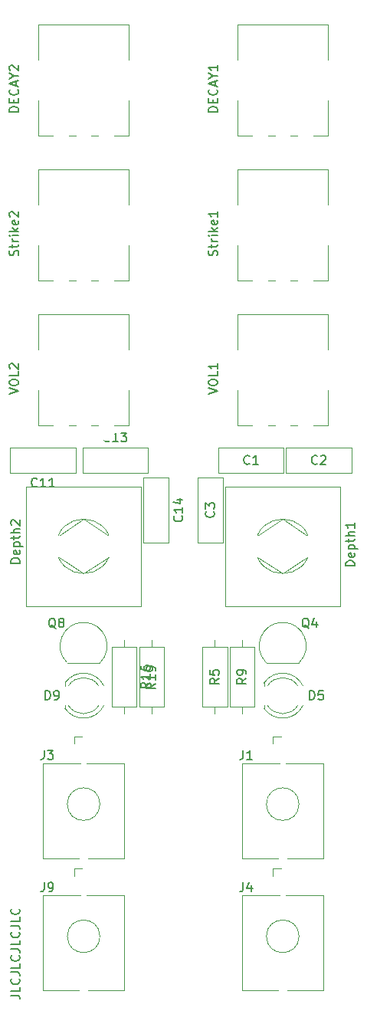
<source format=gto>
G04 #@! TF.GenerationSoftware,KiCad,Pcbnew,(5.1.9)-1*
G04 #@! TF.CreationDate,2021-10-23T20:01:37+01:00*
G04 #@! TF.ProjectId,Snare+Hihat,536e6172-652b-4486-9968-61742e6b6963,rev?*
G04 #@! TF.SameCoordinates,Original*
G04 #@! TF.FileFunction,Legend,Top*
G04 #@! TF.FilePolarity,Positive*
%FSLAX46Y46*%
G04 Gerber Fmt 4.6, Leading zero omitted, Abs format (unit mm)*
G04 Created by KiCad (PCBNEW (5.1.9)-1) date 2021-10-23 20:01:37*
%MOMM*%
%LPD*%
G01*
G04 APERTURE LIST*
%ADD10C,0.150000*%
%ADD11C,0.120000*%
%ADD12O,3.700000X2.400000*%
%ADD13C,4.000000*%
%ADD14C,1.800000*%
%ADD15O,1.600000X1.600000*%
%ADD16C,1.600000*%
%ADD17R,1.050000X1.500000*%
%ADD18O,1.050000X1.500000*%
%ADD19C,2.130000*%
%ADD20R,1.930000X1.830000*%
%ADD21O,1.700000X1.700000*%
%ADD22R,1.700000X1.700000*%
%ADD23R,1.800000X1.800000*%
G04 APERTURE END LIST*
D10*
X73952380Y-139619047D02*
X74666666Y-139619047D01*
X74809523Y-139666666D01*
X74904761Y-139761904D01*
X74952380Y-139904761D01*
X74952380Y-140000000D01*
X74952380Y-138666666D02*
X74952380Y-139142857D01*
X73952380Y-139142857D01*
X74857142Y-137761904D02*
X74904761Y-137809523D01*
X74952380Y-137952380D01*
X74952380Y-138047619D01*
X74904761Y-138190476D01*
X74809523Y-138285714D01*
X74714285Y-138333333D01*
X74523809Y-138380952D01*
X74380952Y-138380952D01*
X74190476Y-138333333D01*
X74095238Y-138285714D01*
X74000000Y-138190476D01*
X73952380Y-138047619D01*
X73952380Y-137952380D01*
X74000000Y-137809523D01*
X74047619Y-137761904D01*
X73952380Y-137047619D02*
X74666666Y-137047619D01*
X74809523Y-137095238D01*
X74904761Y-137190476D01*
X74952380Y-137333333D01*
X74952380Y-137428571D01*
X74952380Y-136095238D02*
X74952380Y-136571428D01*
X73952380Y-136571428D01*
X74857142Y-135190476D02*
X74904761Y-135238095D01*
X74952380Y-135380952D01*
X74952380Y-135476190D01*
X74904761Y-135619047D01*
X74809523Y-135714285D01*
X74714285Y-135761904D01*
X74523809Y-135809523D01*
X74380952Y-135809523D01*
X74190476Y-135761904D01*
X74095238Y-135714285D01*
X74000000Y-135619047D01*
X73952380Y-135476190D01*
X73952380Y-135380952D01*
X74000000Y-135238095D01*
X74047619Y-135190476D01*
X73952380Y-134476190D02*
X74666666Y-134476190D01*
X74809523Y-134523809D01*
X74904761Y-134619047D01*
X74952380Y-134761904D01*
X74952380Y-134857142D01*
X74952380Y-133523809D02*
X74952380Y-134000000D01*
X73952380Y-134000000D01*
X74857142Y-132619047D02*
X74904761Y-132666666D01*
X74952380Y-132809523D01*
X74952380Y-132904761D01*
X74904761Y-133047619D01*
X74809523Y-133142857D01*
X74714285Y-133190476D01*
X74523809Y-133238095D01*
X74380952Y-133238095D01*
X74190476Y-133190476D01*
X74095238Y-133142857D01*
X74000000Y-133047619D01*
X73952380Y-132904761D01*
X73952380Y-132809523D01*
X74000000Y-132666666D01*
X74047619Y-132619047D01*
X73952380Y-131904761D02*
X74666666Y-131904761D01*
X74809523Y-131952380D01*
X74904761Y-132047619D01*
X74952380Y-132190476D01*
X74952380Y-132285714D01*
X74952380Y-130952380D02*
X74952380Y-131428571D01*
X73952380Y-131428571D01*
X74857142Y-130047619D02*
X74904761Y-130095238D01*
X74952380Y-130238095D01*
X74952380Y-130333333D01*
X74904761Y-130476190D01*
X74809523Y-130571428D01*
X74714285Y-130619047D01*
X74523809Y-130666666D01*
X74380952Y-130666666D01*
X74190476Y-130619047D01*
X74095238Y-130571428D01*
X74000000Y-130476190D01*
X73952380Y-130333333D01*
X73952380Y-130238095D01*
X74000000Y-130095238D01*
X74047619Y-130047619D01*
D11*
X82000000Y-93000000D02*
X79250000Y-91200000D01*
X84750000Y-91200000D02*
X82000000Y-93000000D01*
X82000000Y-87000000D02*
X79250000Y-88800000D01*
X82000000Y-87000000D02*
X84750000Y-88800000D01*
X79250000Y-91200000D02*
X79250000Y-88800000D01*
X84750000Y-91200000D02*
X84750000Y-88800000D01*
X88350000Y-96600000D02*
X85350000Y-96600000D01*
X88350000Y-83400000D02*
X88350000Y-96600000D01*
X88350000Y-83400000D02*
X85350000Y-83400000D01*
X85350000Y-96600000D02*
X75650000Y-96600000D01*
X75650000Y-83400000D02*
X85350000Y-83400000D01*
X75650000Y-90000000D02*
X75650000Y-83400000D01*
X75650000Y-96400000D02*
X75650000Y-96600000D01*
X75650000Y-96000000D02*
X75650000Y-96400000D01*
X75650000Y-90000000D02*
X75650000Y-96000000D01*
X85000000Y-90000000D02*
G75*
G03*
X85000000Y-90000000I-3000000J0D01*
G01*
X104000000Y-93000000D02*
X101250000Y-91200000D01*
X106750000Y-91200000D02*
X104000000Y-93000000D01*
X104000000Y-87000000D02*
X101250000Y-88800000D01*
X104000000Y-87000000D02*
X106750000Y-88800000D01*
X101250000Y-91200000D02*
X101250000Y-88800000D01*
X106750000Y-91200000D02*
X106750000Y-88800000D01*
X110350000Y-96600000D02*
X107350000Y-96600000D01*
X110350000Y-83400000D02*
X110350000Y-96600000D01*
X110350000Y-83400000D02*
X107350000Y-83400000D01*
X107350000Y-96600000D02*
X97650000Y-96600000D01*
X97650000Y-83400000D02*
X107350000Y-83400000D01*
X97650000Y-90000000D02*
X97650000Y-83400000D01*
X97650000Y-96400000D02*
X97650000Y-96600000D01*
X97650000Y-96000000D02*
X97650000Y-96400000D01*
X97650000Y-90000000D02*
X97650000Y-96000000D01*
X107000000Y-90000000D02*
G75*
G03*
X107000000Y-90000000I-3000000J0D01*
G01*
X77030000Y-64380000D02*
X86970000Y-64380000D01*
X85370000Y-76620000D02*
X86970000Y-76620000D01*
X82871000Y-76620000D02*
X83630000Y-76620000D01*
X80371000Y-76620000D02*
X81130000Y-76620000D01*
X77030000Y-76620000D02*
X78629000Y-76620000D01*
X86970000Y-68245000D02*
X86970000Y-64380000D01*
X86970000Y-76620000D02*
X86970000Y-72755000D01*
X77030000Y-68245000D02*
X77030000Y-64380000D01*
X77030000Y-76620000D02*
X77030000Y-72755000D01*
X99030000Y-64380000D02*
X108970000Y-64380000D01*
X107370000Y-76620000D02*
X108970000Y-76620000D01*
X104871000Y-76620000D02*
X105630000Y-76620000D01*
X102371000Y-76620000D02*
X103130000Y-76620000D01*
X99030000Y-76620000D02*
X100629000Y-76620000D01*
X108970000Y-68245000D02*
X108970000Y-64380000D01*
X108970000Y-76620000D02*
X108970000Y-72755000D01*
X99030000Y-68245000D02*
X99030000Y-64380000D01*
X99030000Y-76620000D02*
X99030000Y-72755000D01*
X77030000Y-48380000D02*
X86970000Y-48380000D01*
X85370000Y-60620000D02*
X86970000Y-60620000D01*
X82871000Y-60620000D02*
X83630000Y-60620000D01*
X80371000Y-60620000D02*
X81130000Y-60620000D01*
X77030000Y-60620000D02*
X78629000Y-60620000D01*
X86970000Y-52245000D02*
X86970000Y-48380000D01*
X86970000Y-60620000D02*
X86970000Y-56755000D01*
X77030000Y-52245000D02*
X77030000Y-48380000D01*
X77030000Y-60620000D02*
X77030000Y-56755000D01*
X99030000Y-48380000D02*
X108970000Y-48380000D01*
X107370000Y-60620000D02*
X108970000Y-60620000D01*
X104871000Y-60620000D02*
X105630000Y-60620000D01*
X102371000Y-60620000D02*
X103130000Y-60620000D01*
X99030000Y-60620000D02*
X100629000Y-60620000D01*
X108970000Y-52245000D02*
X108970000Y-48380000D01*
X108970000Y-60620000D02*
X108970000Y-56755000D01*
X99030000Y-52245000D02*
X99030000Y-48380000D01*
X99030000Y-60620000D02*
X99030000Y-56755000D01*
X89500000Y-108460000D02*
X89500000Y-107690000D01*
X89500000Y-100380000D02*
X89500000Y-101150000D01*
X90870000Y-107690000D02*
X90870000Y-101150000D01*
X88130000Y-107690000D02*
X90870000Y-107690000D01*
X88130000Y-101150000D02*
X88130000Y-107690000D01*
X90870000Y-101150000D02*
X88130000Y-101150000D01*
X86500000Y-108460000D02*
X86500000Y-107690000D01*
X86500000Y-100380000D02*
X86500000Y-101150000D01*
X87870000Y-107690000D02*
X87870000Y-101150000D01*
X85130000Y-107690000D02*
X87870000Y-107690000D01*
X85130000Y-101150000D02*
X85130000Y-107690000D01*
X87870000Y-101150000D02*
X85130000Y-101150000D01*
X99500000Y-108460000D02*
X99500000Y-107690000D01*
X99500000Y-100380000D02*
X99500000Y-101150000D01*
X100870000Y-107690000D02*
X100870000Y-101150000D01*
X98130000Y-107690000D02*
X100870000Y-107690000D01*
X98130000Y-101150000D02*
X98130000Y-107690000D01*
X100870000Y-101150000D02*
X98130000Y-101150000D01*
X96500000Y-108460000D02*
X96500000Y-107690000D01*
X96500000Y-100380000D02*
X96500000Y-101150000D01*
X97870000Y-107690000D02*
X97870000Y-101150000D01*
X95130000Y-107690000D02*
X97870000Y-107690000D01*
X95130000Y-101150000D02*
X95130000Y-107690000D01*
X97870000Y-101150000D02*
X95130000Y-101150000D01*
X80200000Y-102850000D02*
X83800000Y-102850000D01*
X83838478Y-102838478D02*
G75*
G03*
X82000000Y-98400000I-1838478J1838478D01*
G01*
X80161522Y-102838478D02*
G75*
G02*
X82000000Y-98400000I1838478J1838478D01*
G01*
X102200000Y-102850000D02*
X105800000Y-102850000D01*
X105838478Y-102838478D02*
G75*
G03*
X104000000Y-98400000I-1838478J1838478D01*
G01*
X102161522Y-102838478D02*
G75*
G02*
X104000000Y-98400000I1838478J1838478D01*
G01*
X80940000Y-125600000D02*
X81800000Y-125600000D01*
X80940000Y-125600000D02*
X80940000Y-126400000D01*
X83800000Y-133080000D02*
G75*
G03*
X83800000Y-133080000I-1800000J0D01*
G01*
X81650000Y-128580000D02*
X77500000Y-128580000D01*
X86500000Y-128580000D02*
X82350000Y-128580000D01*
X81500000Y-139080000D02*
X77500000Y-139080000D01*
X86500000Y-139080000D02*
X82500000Y-139080000D01*
X86500000Y-128580000D02*
X86500000Y-139080000D01*
X77500000Y-128580000D02*
X77500000Y-139080000D01*
X102940000Y-125600000D02*
X103800000Y-125600000D01*
X102940000Y-125600000D02*
X102940000Y-126400000D01*
X105800000Y-133080000D02*
G75*
G03*
X105800000Y-133080000I-1800000J0D01*
G01*
X103650000Y-128580000D02*
X99500000Y-128580000D01*
X108500000Y-128580000D02*
X104350000Y-128580000D01*
X103500000Y-139080000D02*
X99500000Y-139080000D01*
X108500000Y-139080000D02*
X104500000Y-139080000D01*
X108500000Y-128580000D02*
X108500000Y-139080000D01*
X99500000Y-128580000D02*
X99500000Y-139080000D01*
X80940000Y-111000000D02*
X81800000Y-111000000D01*
X80940000Y-111000000D02*
X80940000Y-111800000D01*
X83800000Y-118480000D02*
G75*
G03*
X83800000Y-118480000I-1800000J0D01*
G01*
X81650000Y-113980000D02*
X77500000Y-113980000D01*
X86500000Y-113980000D02*
X82350000Y-113980000D01*
X81500000Y-124480000D02*
X77500000Y-124480000D01*
X86500000Y-124480000D02*
X82500000Y-124480000D01*
X86500000Y-113980000D02*
X86500000Y-124480000D01*
X77500000Y-113980000D02*
X77500000Y-124480000D01*
X102940000Y-111000000D02*
X103800000Y-111000000D01*
X102940000Y-111000000D02*
X102940000Y-111800000D01*
X105800000Y-118480000D02*
G75*
G03*
X105800000Y-118480000I-1800000J0D01*
G01*
X103650000Y-113980000D02*
X99500000Y-113980000D01*
X108500000Y-113980000D02*
X104350000Y-113980000D01*
X103500000Y-124480000D02*
X99500000Y-124480000D01*
X108500000Y-124480000D02*
X104500000Y-124480000D01*
X108500000Y-113980000D02*
X108500000Y-124480000D01*
X99500000Y-113980000D02*
X99500000Y-124480000D01*
X77030000Y-32380000D02*
X86970000Y-32380000D01*
X85370000Y-44620000D02*
X86970000Y-44620000D01*
X82871000Y-44620000D02*
X83630000Y-44620000D01*
X80371000Y-44620000D02*
X81130000Y-44620000D01*
X77030000Y-44620000D02*
X78629000Y-44620000D01*
X86970000Y-36245000D02*
X86970000Y-32380000D01*
X86970000Y-44620000D02*
X86970000Y-40755000D01*
X77030000Y-36245000D02*
X77030000Y-32380000D01*
X77030000Y-44620000D02*
X77030000Y-40755000D01*
X99030000Y-32380000D02*
X108970000Y-32380000D01*
X107370000Y-44620000D02*
X108970000Y-44620000D01*
X104871000Y-44620000D02*
X105630000Y-44620000D01*
X102371000Y-44620000D02*
X103130000Y-44620000D01*
X99030000Y-44620000D02*
X100629000Y-44620000D01*
X108970000Y-36245000D02*
X108970000Y-32380000D01*
X108970000Y-44620000D02*
X108970000Y-40755000D01*
X99030000Y-36245000D02*
X99030000Y-32380000D01*
X99030000Y-44620000D02*
X99030000Y-40755000D01*
X79935000Y-107580000D02*
X79935000Y-107899000D01*
X79935000Y-105101000D02*
X79935000Y-105420000D01*
X83677713Y-107580961D02*
G75*
G02*
X80311670Y-107580000I-1682713J1080961D01*
G01*
X83677713Y-105419039D02*
G75*
G03*
X80311670Y-105420000I-1682713J-1080961D01*
G01*
X84238242Y-107580724D02*
G75*
G02*
X79935000Y-107898749I-2243242J1080724D01*
G01*
X84238242Y-105419276D02*
G75*
G03*
X79935000Y-105101251I-2243242J-1080724D01*
G01*
X101935000Y-107580000D02*
X101935000Y-107899000D01*
X101935000Y-105101000D02*
X101935000Y-105420000D01*
X105677713Y-107580961D02*
G75*
G02*
X102311670Y-107580000I-1682713J1080961D01*
G01*
X105677713Y-105419039D02*
G75*
G03*
X102311670Y-105420000I-1682713J-1080961D01*
G01*
X106238242Y-107580724D02*
G75*
G02*
X101935000Y-107898749I-2243242J1080724D01*
G01*
X106238242Y-105419276D02*
G75*
G03*
X101935000Y-105101251I-2243242J-1080724D01*
G01*
X91370000Y-89620000D02*
X88630000Y-89620000D01*
X91370000Y-82380000D02*
X88630000Y-82380000D01*
X88630000Y-82380000D02*
X88630000Y-89620000D01*
X91370000Y-82380000D02*
X91370000Y-89620000D01*
X89120000Y-79130000D02*
X89120000Y-81870000D01*
X81880000Y-79130000D02*
X81880000Y-81870000D01*
X81880000Y-81870000D02*
X89120000Y-81870000D01*
X81880000Y-79130000D02*
X89120000Y-79130000D01*
X73880000Y-81870000D02*
X73880000Y-79130000D01*
X81120000Y-81870000D02*
X81120000Y-79130000D01*
X81120000Y-79130000D02*
X73880000Y-79130000D01*
X81120000Y-81870000D02*
X73880000Y-81870000D01*
X97370000Y-89620000D02*
X94630000Y-89620000D01*
X97370000Y-82380000D02*
X94630000Y-82380000D01*
X94630000Y-82380000D02*
X94630000Y-89620000D01*
X97370000Y-82380000D02*
X97370000Y-89620000D01*
X111620000Y-79130000D02*
X111620000Y-81870000D01*
X104380000Y-79130000D02*
X104380000Y-81870000D01*
X104380000Y-81870000D02*
X111620000Y-81870000D01*
X104380000Y-79130000D02*
X111620000Y-79130000D01*
X96880000Y-81870000D02*
X96880000Y-79130000D01*
X104120000Y-81870000D02*
X104120000Y-79130000D01*
X104120000Y-79130000D02*
X96880000Y-79130000D01*
X104120000Y-81870000D02*
X96880000Y-81870000D01*
D10*
X74952380Y-91857142D02*
X73952380Y-91857142D01*
X73952380Y-91619047D01*
X74000000Y-91476190D01*
X74095238Y-91380952D01*
X74190476Y-91333333D01*
X74380952Y-91285714D01*
X74523809Y-91285714D01*
X74714285Y-91333333D01*
X74809523Y-91380952D01*
X74904761Y-91476190D01*
X74952380Y-91619047D01*
X74952380Y-91857142D01*
X74904761Y-90476190D02*
X74952380Y-90571428D01*
X74952380Y-90761904D01*
X74904761Y-90857142D01*
X74809523Y-90904761D01*
X74428571Y-90904761D01*
X74333333Y-90857142D01*
X74285714Y-90761904D01*
X74285714Y-90571428D01*
X74333333Y-90476190D01*
X74428571Y-90428571D01*
X74523809Y-90428571D01*
X74619047Y-90904761D01*
X74285714Y-90000000D02*
X75285714Y-90000000D01*
X74333333Y-90000000D02*
X74285714Y-89904761D01*
X74285714Y-89714285D01*
X74333333Y-89619047D01*
X74380952Y-89571428D01*
X74476190Y-89523809D01*
X74761904Y-89523809D01*
X74857142Y-89571428D01*
X74904761Y-89619047D01*
X74952380Y-89714285D01*
X74952380Y-89904761D01*
X74904761Y-90000000D01*
X74285714Y-89238095D02*
X74285714Y-88857142D01*
X73952380Y-89095238D02*
X74809523Y-89095238D01*
X74904761Y-89047619D01*
X74952380Y-88952380D01*
X74952380Y-88857142D01*
X74952380Y-88523809D02*
X73952380Y-88523809D01*
X74952380Y-88095238D02*
X74428571Y-88095238D01*
X74333333Y-88142857D01*
X74285714Y-88238095D01*
X74285714Y-88380952D01*
X74333333Y-88476190D01*
X74380952Y-88523809D01*
X74047619Y-87666666D02*
X74000000Y-87619047D01*
X73952380Y-87523809D01*
X73952380Y-87285714D01*
X74000000Y-87190476D01*
X74047619Y-87142857D01*
X74142857Y-87095238D01*
X74238095Y-87095238D01*
X74380952Y-87142857D01*
X74952380Y-87714285D01*
X74952380Y-87095238D01*
X111952380Y-92157142D02*
X110952380Y-92157142D01*
X110952380Y-91919047D01*
X111000000Y-91776190D01*
X111095238Y-91680952D01*
X111190476Y-91633333D01*
X111380952Y-91585714D01*
X111523809Y-91585714D01*
X111714285Y-91633333D01*
X111809523Y-91680952D01*
X111904761Y-91776190D01*
X111952380Y-91919047D01*
X111952380Y-92157142D01*
X111904761Y-90776190D02*
X111952380Y-90871428D01*
X111952380Y-91061904D01*
X111904761Y-91157142D01*
X111809523Y-91204761D01*
X111428571Y-91204761D01*
X111333333Y-91157142D01*
X111285714Y-91061904D01*
X111285714Y-90871428D01*
X111333333Y-90776190D01*
X111428571Y-90728571D01*
X111523809Y-90728571D01*
X111619047Y-91204761D01*
X111285714Y-90300000D02*
X112285714Y-90300000D01*
X111333333Y-90300000D02*
X111285714Y-90204761D01*
X111285714Y-90014285D01*
X111333333Y-89919047D01*
X111380952Y-89871428D01*
X111476190Y-89823809D01*
X111761904Y-89823809D01*
X111857142Y-89871428D01*
X111904761Y-89919047D01*
X111952380Y-90014285D01*
X111952380Y-90204761D01*
X111904761Y-90300000D01*
X111285714Y-89538095D02*
X111285714Y-89157142D01*
X110952380Y-89395238D02*
X111809523Y-89395238D01*
X111904761Y-89347619D01*
X111952380Y-89252380D01*
X111952380Y-89157142D01*
X111952380Y-88823809D02*
X110952380Y-88823809D01*
X111952380Y-88395238D02*
X111428571Y-88395238D01*
X111333333Y-88442857D01*
X111285714Y-88538095D01*
X111285714Y-88680952D01*
X111333333Y-88776190D01*
X111380952Y-88823809D01*
X111952380Y-87395238D02*
X111952380Y-87966666D01*
X111952380Y-87680952D02*
X110952380Y-87680952D01*
X111095238Y-87776190D01*
X111190476Y-87871428D01*
X111238095Y-87966666D01*
X73802380Y-73188095D02*
X74802380Y-72854761D01*
X73802380Y-72521428D01*
X73802380Y-71997619D02*
X73802380Y-71807142D01*
X73850000Y-71711904D01*
X73945238Y-71616666D01*
X74135714Y-71569047D01*
X74469047Y-71569047D01*
X74659523Y-71616666D01*
X74754761Y-71711904D01*
X74802380Y-71807142D01*
X74802380Y-71997619D01*
X74754761Y-72092857D01*
X74659523Y-72188095D01*
X74469047Y-72235714D01*
X74135714Y-72235714D01*
X73945238Y-72188095D01*
X73850000Y-72092857D01*
X73802380Y-71997619D01*
X74802380Y-70664285D02*
X74802380Y-71140476D01*
X73802380Y-71140476D01*
X73897619Y-70378571D02*
X73850000Y-70330952D01*
X73802380Y-70235714D01*
X73802380Y-69997619D01*
X73850000Y-69902380D01*
X73897619Y-69854761D01*
X73992857Y-69807142D01*
X74088095Y-69807142D01*
X74230952Y-69854761D01*
X74802380Y-70426190D01*
X74802380Y-69807142D01*
X95802380Y-73188095D02*
X96802380Y-72854761D01*
X95802380Y-72521428D01*
X95802380Y-71997619D02*
X95802380Y-71807142D01*
X95850000Y-71711904D01*
X95945238Y-71616666D01*
X96135714Y-71569047D01*
X96469047Y-71569047D01*
X96659523Y-71616666D01*
X96754761Y-71711904D01*
X96802380Y-71807142D01*
X96802380Y-71997619D01*
X96754761Y-72092857D01*
X96659523Y-72188095D01*
X96469047Y-72235714D01*
X96135714Y-72235714D01*
X95945238Y-72188095D01*
X95850000Y-72092857D01*
X95802380Y-71997619D01*
X96802380Y-70664285D02*
X96802380Y-71140476D01*
X95802380Y-71140476D01*
X96802380Y-69807142D02*
X96802380Y-70378571D01*
X96802380Y-70092857D02*
X95802380Y-70092857D01*
X95945238Y-70188095D01*
X96040476Y-70283333D01*
X96088095Y-70378571D01*
X74754761Y-57878571D02*
X74802380Y-57735714D01*
X74802380Y-57497619D01*
X74754761Y-57402380D01*
X74707142Y-57354761D01*
X74611904Y-57307142D01*
X74516666Y-57307142D01*
X74421428Y-57354761D01*
X74373809Y-57402380D01*
X74326190Y-57497619D01*
X74278571Y-57688095D01*
X74230952Y-57783333D01*
X74183333Y-57830952D01*
X74088095Y-57878571D01*
X73992857Y-57878571D01*
X73897619Y-57830952D01*
X73850000Y-57783333D01*
X73802380Y-57688095D01*
X73802380Y-57450000D01*
X73850000Y-57307142D01*
X74135714Y-57021428D02*
X74135714Y-56640476D01*
X73802380Y-56878571D02*
X74659523Y-56878571D01*
X74754761Y-56830952D01*
X74802380Y-56735714D01*
X74802380Y-56640476D01*
X74802380Y-56307142D02*
X74135714Y-56307142D01*
X74326190Y-56307142D02*
X74230952Y-56259523D01*
X74183333Y-56211904D01*
X74135714Y-56116666D01*
X74135714Y-56021428D01*
X74802380Y-55688095D02*
X74135714Y-55688095D01*
X73802380Y-55688095D02*
X73850000Y-55735714D01*
X73897619Y-55688095D01*
X73850000Y-55640476D01*
X73802380Y-55688095D01*
X73897619Y-55688095D01*
X74802380Y-55211904D02*
X73802380Y-55211904D01*
X74421428Y-55116666D02*
X74802380Y-54830952D01*
X74135714Y-54830952D02*
X74516666Y-55211904D01*
X74754761Y-54021428D02*
X74802380Y-54116666D01*
X74802380Y-54307142D01*
X74754761Y-54402380D01*
X74659523Y-54450000D01*
X74278571Y-54450000D01*
X74183333Y-54402380D01*
X74135714Y-54307142D01*
X74135714Y-54116666D01*
X74183333Y-54021428D01*
X74278571Y-53973809D01*
X74373809Y-53973809D01*
X74469047Y-54450000D01*
X73897619Y-53592857D02*
X73850000Y-53545238D01*
X73802380Y-53450000D01*
X73802380Y-53211904D01*
X73850000Y-53116666D01*
X73897619Y-53069047D01*
X73992857Y-53021428D01*
X74088095Y-53021428D01*
X74230952Y-53069047D01*
X74802380Y-53640476D01*
X74802380Y-53021428D01*
X96754761Y-57878571D02*
X96802380Y-57735714D01*
X96802380Y-57497619D01*
X96754761Y-57402380D01*
X96707142Y-57354761D01*
X96611904Y-57307142D01*
X96516666Y-57307142D01*
X96421428Y-57354761D01*
X96373809Y-57402380D01*
X96326190Y-57497619D01*
X96278571Y-57688095D01*
X96230952Y-57783333D01*
X96183333Y-57830952D01*
X96088095Y-57878571D01*
X95992857Y-57878571D01*
X95897619Y-57830952D01*
X95850000Y-57783333D01*
X95802380Y-57688095D01*
X95802380Y-57450000D01*
X95850000Y-57307142D01*
X96135714Y-57021428D02*
X96135714Y-56640476D01*
X95802380Y-56878571D02*
X96659523Y-56878571D01*
X96754761Y-56830952D01*
X96802380Y-56735714D01*
X96802380Y-56640476D01*
X96802380Y-56307142D02*
X96135714Y-56307142D01*
X96326190Y-56307142D02*
X96230952Y-56259523D01*
X96183333Y-56211904D01*
X96135714Y-56116666D01*
X96135714Y-56021428D01*
X96802380Y-55688095D02*
X96135714Y-55688095D01*
X95802380Y-55688095D02*
X95850000Y-55735714D01*
X95897619Y-55688095D01*
X95850000Y-55640476D01*
X95802380Y-55688095D01*
X95897619Y-55688095D01*
X96802380Y-55211904D02*
X95802380Y-55211904D01*
X96421428Y-55116666D02*
X96802380Y-54830952D01*
X96135714Y-54830952D02*
X96516666Y-55211904D01*
X96754761Y-54021428D02*
X96802380Y-54116666D01*
X96802380Y-54307142D01*
X96754761Y-54402380D01*
X96659523Y-54450000D01*
X96278571Y-54450000D01*
X96183333Y-54402380D01*
X96135714Y-54307142D01*
X96135714Y-54116666D01*
X96183333Y-54021428D01*
X96278571Y-53973809D01*
X96373809Y-53973809D01*
X96469047Y-54450000D01*
X96802380Y-53021428D02*
X96802380Y-53592857D01*
X96802380Y-53307142D02*
X95802380Y-53307142D01*
X95945238Y-53402380D01*
X96040476Y-53497619D01*
X96088095Y-53592857D01*
X89952380Y-105142857D02*
X89476190Y-105476190D01*
X89952380Y-105714285D02*
X88952380Y-105714285D01*
X88952380Y-105333333D01*
X89000000Y-105238095D01*
X89047619Y-105190476D01*
X89142857Y-105142857D01*
X89285714Y-105142857D01*
X89380952Y-105190476D01*
X89428571Y-105238095D01*
X89476190Y-105333333D01*
X89476190Y-105714285D01*
X89952380Y-104190476D02*
X89952380Y-104761904D01*
X89952380Y-104476190D02*
X88952380Y-104476190D01*
X89095238Y-104571428D01*
X89190476Y-104666666D01*
X89238095Y-104761904D01*
X89952380Y-103714285D02*
X89952380Y-103523809D01*
X89904761Y-103428571D01*
X89857142Y-103380952D01*
X89714285Y-103285714D01*
X89523809Y-103238095D01*
X89142857Y-103238095D01*
X89047619Y-103285714D01*
X89000000Y-103333333D01*
X88952380Y-103428571D01*
X88952380Y-103619047D01*
X89000000Y-103714285D01*
X89047619Y-103761904D01*
X89142857Y-103809523D01*
X89380952Y-103809523D01*
X89476190Y-103761904D01*
X89523809Y-103714285D01*
X89571428Y-103619047D01*
X89571428Y-103428571D01*
X89523809Y-103333333D01*
X89476190Y-103285714D01*
X89380952Y-103238095D01*
X89322380Y-105062857D02*
X88846190Y-105396190D01*
X89322380Y-105634285D02*
X88322380Y-105634285D01*
X88322380Y-105253333D01*
X88370000Y-105158095D01*
X88417619Y-105110476D01*
X88512857Y-105062857D01*
X88655714Y-105062857D01*
X88750952Y-105110476D01*
X88798571Y-105158095D01*
X88846190Y-105253333D01*
X88846190Y-105634285D01*
X89322380Y-104110476D02*
X89322380Y-104681904D01*
X89322380Y-104396190D02*
X88322380Y-104396190D01*
X88465238Y-104491428D01*
X88560476Y-104586666D01*
X88608095Y-104681904D01*
X88322380Y-103253333D02*
X88322380Y-103443809D01*
X88370000Y-103539047D01*
X88417619Y-103586666D01*
X88560476Y-103681904D01*
X88750952Y-103729523D01*
X89131904Y-103729523D01*
X89227142Y-103681904D01*
X89274761Y-103634285D01*
X89322380Y-103539047D01*
X89322380Y-103348571D01*
X89274761Y-103253333D01*
X89227142Y-103205714D01*
X89131904Y-103158095D01*
X88893809Y-103158095D01*
X88798571Y-103205714D01*
X88750952Y-103253333D01*
X88703333Y-103348571D01*
X88703333Y-103539047D01*
X88750952Y-103634285D01*
X88798571Y-103681904D01*
X88893809Y-103729523D01*
X99952380Y-104586666D02*
X99476190Y-104920000D01*
X99952380Y-105158095D02*
X98952380Y-105158095D01*
X98952380Y-104777142D01*
X99000000Y-104681904D01*
X99047619Y-104634285D01*
X99142857Y-104586666D01*
X99285714Y-104586666D01*
X99380952Y-104634285D01*
X99428571Y-104681904D01*
X99476190Y-104777142D01*
X99476190Y-105158095D01*
X99952380Y-104110476D02*
X99952380Y-103920000D01*
X99904761Y-103824761D01*
X99857142Y-103777142D01*
X99714285Y-103681904D01*
X99523809Y-103634285D01*
X99142857Y-103634285D01*
X99047619Y-103681904D01*
X99000000Y-103729523D01*
X98952380Y-103824761D01*
X98952380Y-104015238D01*
X99000000Y-104110476D01*
X99047619Y-104158095D01*
X99142857Y-104205714D01*
X99380952Y-104205714D01*
X99476190Y-104158095D01*
X99523809Y-104110476D01*
X99571428Y-104015238D01*
X99571428Y-103824761D01*
X99523809Y-103729523D01*
X99476190Y-103681904D01*
X99380952Y-103634285D01*
X96952380Y-104586666D02*
X96476190Y-104920000D01*
X96952380Y-105158095D02*
X95952380Y-105158095D01*
X95952380Y-104777142D01*
X96000000Y-104681904D01*
X96047619Y-104634285D01*
X96142857Y-104586666D01*
X96285714Y-104586666D01*
X96380952Y-104634285D01*
X96428571Y-104681904D01*
X96476190Y-104777142D01*
X96476190Y-105158095D01*
X95952380Y-103681904D02*
X95952380Y-104158095D01*
X96428571Y-104205714D01*
X96380952Y-104158095D01*
X96333333Y-104062857D01*
X96333333Y-103824761D01*
X96380952Y-103729523D01*
X96428571Y-103681904D01*
X96523809Y-103634285D01*
X96761904Y-103634285D01*
X96857142Y-103681904D01*
X96904761Y-103729523D01*
X96952380Y-103824761D01*
X96952380Y-104062857D01*
X96904761Y-104158095D01*
X96857142Y-104205714D01*
X78904761Y-99047619D02*
X78809523Y-99000000D01*
X78714285Y-98904761D01*
X78571428Y-98761904D01*
X78476190Y-98714285D01*
X78380952Y-98714285D01*
X78428571Y-98952380D02*
X78333333Y-98904761D01*
X78238095Y-98809523D01*
X78190476Y-98619047D01*
X78190476Y-98285714D01*
X78238095Y-98095238D01*
X78333333Y-98000000D01*
X78428571Y-97952380D01*
X78619047Y-97952380D01*
X78714285Y-98000000D01*
X78809523Y-98095238D01*
X78857142Y-98285714D01*
X78857142Y-98619047D01*
X78809523Y-98809523D01*
X78714285Y-98904761D01*
X78619047Y-98952380D01*
X78428571Y-98952380D01*
X79428571Y-98380952D02*
X79333333Y-98333333D01*
X79285714Y-98285714D01*
X79238095Y-98190476D01*
X79238095Y-98142857D01*
X79285714Y-98047619D01*
X79333333Y-98000000D01*
X79428571Y-97952380D01*
X79619047Y-97952380D01*
X79714285Y-98000000D01*
X79761904Y-98047619D01*
X79809523Y-98142857D01*
X79809523Y-98190476D01*
X79761904Y-98285714D01*
X79714285Y-98333333D01*
X79619047Y-98380952D01*
X79428571Y-98380952D01*
X79333333Y-98428571D01*
X79285714Y-98476190D01*
X79238095Y-98571428D01*
X79238095Y-98761904D01*
X79285714Y-98857142D01*
X79333333Y-98904761D01*
X79428571Y-98952380D01*
X79619047Y-98952380D01*
X79714285Y-98904761D01*
X79761904Y-98857142D01*
X79809523Y-98761904D01*
X79809523Y-98571428D01*
X79761904Y-98476190D01*
X79714285Y-98428571D01*
X79619047Y-98380952D01*
X106904761Y-99047619D02*
X106809523Y-99000000D01*
X106714285Y-98904761D01*
X106571428Y-98761904D01*
X106476190Y-98714285D01*
X106380952Y-98714285D01*
X106428571Y-98952380D02*
X106333333Y-98904761D01*
X106238095Y-98809523D01*
X106190476Y-98619047D01*
X106190476Y-98285714D01*
X106238095Y-98095238D01*
X106333333Y-98000000D01*
X106428571Y-97952380D01*
X106619047Y-97952380D01*
X106714285Y-98000000D01*
X106809523Y-98095238D01*
X106857142Y-98285714D01*
X106857142Y-98619047D01*
X106809523Y-98809523D01*
X106714285Y-98904761D01*
X106619047Y-98952380D01*
X106428571Y-98952380D01*
X107714285Y-98285714D02*
X107714285Y-98952380D01*
X107476190Y-97904761D02*
X107238095Y-98619047D01*
X107857142Y-98619047D01*
X77636666Y-127132380D02*
X77636666Y-127846666D01*
X77589047Y-127989523D01*
X77493809Y-128084761D01*
X77350952Y-128132380D01*
X77255714Y-128132380D01*
X78160476Y-128132380D02*
X78350952Y-128132380D01*
X78446190Y-128084761D01*
X78493809Y-128037142D01*
X78589047Y-127894285D01*
X78636666Y-127703809D01*
X78636666Y-127322857D01*
X78589047Y-127227619D01*
X78541428Y-127180000D01*
X78446190Y-127132380D01*
X78255714Y-127132380D01*
X78160476Y-127180000D01*
X78112857Y-127227619D01*
X78065238Y-127322857D01*
X78065238Y-127560952D01*
X78112857Y-127656190D01*
X78160476Y-127703809D01*
X78255714Y-127751428D01*
X78446190Y-127751428D01*
X78541428Y-127703809D01*
X78589047Y-127656190D01*
X78636666Y-127560952D01*
X99636666Y-127132380D02*
X99636666Y-127846666D01*
X99589047Y-127989523D01*
X99493809Y-128084761D01*
X99350952Y-128132380D01*
X99255714Y-128132380D01*
X100541428Y-127465714D02*
X100541428Y-128132380D01*
X100303333Y-127084761D02*
X100065238Y-127799047D01*
X100684285Y-127799047D01*
X77636666Y-112532380D02*
X77636666Y-113246666D01*
X77589047Y-113389523D01*
X77493809Y-113484761D01*
X77350952Y-113532380D01*
X77255714Y-113532380D01*
X78017619Y-112532380D02*
X78636666Y-112532380D01*
X78303333Y-112913333D01*
X78446190Y-112913333D01*
X78541428Y-112960952D01*
X78589047Y-113008571D01*
X78636666Y-113103809D01*
X78636666Y-113341904D01*
X78589047Y-113437142D01*
X78541428Y-113484761D01*
X78446190Y-113532380D01*
X78160476Y-113532380D01*
X78065238Y-113484761D01*
X78017619Y-113437142D01*
X99636666Y-112532380D02*
X99636666Y-113246666D01*
X99589047Y-113389523D01*
X99493809Y-113484761D01*
X99350952Y-113532380D01*
X99255714Y-113532380D01*
X100636666Y-113532380D02*
X100065238Y-113532380D01*
X100350952Y-113532380D02*
X100350952Y-112532380D01*
X100255714Y-112675238D01*
X100160476Y-112770476D01*
X100065238Y-112818095D01*
X74802380Y-41997619D02*
X73802380Y-41997619D01*
X73802380Y-41759523D01*
X73850000Y-41616666D01*
X73945238Y-41521428D01*
X74040476Y-41473809D01*
X74230952Y-41426190D01*
X74373809Y-41426190D01*
X74564285Y-41473809D01*
X74659523Y-41521428D01*
X74754761Y-41616666D01*
X74802380Y-41759523D01*
X74802380Y-41997619D01*
X74278571Y-40997619D02*
X74278571Y-40664285D01*
X74802380Y-40521428D02*
X74802380Y-40997619D01*
X73802380Y-40997619D01*
X73802380Y-40521428D01*
X74707142Y-39521428D02*
X74754761Y-39569047D01*
X74802380Y-39711904D01*
X74802380Y-39807142D01*
X74754761Y-39950000D01*
X74659523Y-40045238D01*
X74564285Y-40092857D01*
X74373809Y-40140476D01*
X74230952Y-40140476D01*
X74040476Y-40092857D01*
X73945238Y-40045238D01*
X73850000Y-39950000D01*
X73802380Y-39807142D01*
X73802380Y-39711904D01*
X73850000Y-39569047D01*
X73897619Y-39521428D01*
X74516666Y-39140476D02*
X74516666Y-38664285D01*
X74802380Y-39235714D02*
X73802380Y-38902380D01*
X74802380Y-38569047D01*
X74326190Y-38045238D02*
X74802380Y-38045238D01*
X73802380Y-38378571D02*
X74326190Y-38045238D01*
X73802380Y-37711904D01*
X73897619Y-37426190D02*
X73850000Y-37378571D01*
X73802380Y-37283333D01*
X73802380Y-37045238D01*
X73850000Y-36950000D01*
X73897619Y-36902380D01*
X73992857Y-36854761D01*
X74088095Y-36854761D01*
X74230952Y-36902380D01*
X74802380Y-37473809D01*
X74802380Y-36854761D01*
X96802380Y-41997619D02*
X95802380Y-41997619D01*
X95802380Y-41759523D01*
X95850000Y-41616666D01*
X95945238Y-41521428D01*
X96040476Y-41473809D01*
X96230952Y-41426190D01*
X96373809Y-41426190D01*
X96564285Y-41473809D01*
X96659523Y-41521428D01*
X96754761Y-41616666D01*
X96802380Y-41759523D01*
X96802380Y-41997619D01*
X96278571Y-40997619D02*
X96278571Y-40664285D01*
X96802380Y-40521428D02*
X96802380Y-40997619D01*
X95802380Y-40997619D01*
X95802380Y-40521428D01*
X96707142Y-39521428D02*
X96754761Y-39569047D01*
X96802380Y-39711904D01*
X96802380Y-39807142D01*
X96754761Y-39950000D01*
X96659523Y-40045238D01*
X96564285Y-40092857D01*
X96373809Y-40140476D01*
X96230952Y-40140476D01*
X96040476Y-40092857D01*
X95945238Y-40045238D01*
X95850000Y-39950000D01*
X95802380Y-39807142D01*
X95802380Y-39711904D01*
X95850000Y-39569047D01*
X95897619Y-39521428D01*
X96516666Y-39140476D02*
X96516666Y-38664285D01*
X96802380Y-39235714D02*
X95802380Y-38902380D01*
X96802380Y-38569047D01*
X96326190Y-38045238D02*
X96802380Y-38045238D01*
X95802380Y-38378571D02*
X96326190Y-38045238D01*
X95802380Y-37711904D01*
X96802380Y-36854761D02*
X96802380Y-37426190D01*
X96802380Y-37140476D02*
X95802380Y-37140476D01*
X95945238Y-37235714D01*
X96040476Y-37330952D01*
X96088095Y-37426190D01*
X77761904Y-106952380D02*
X77761904Y-105952380D01*
X78000000Y-105952380D01*
X78142857Y-106000000D01*
X78238095Y-106095238D01*
X78285714Y-106190476D01*
X78333333Y-106380952D01*
X78333333Y-106523809D01*
X78285714Y-106714285D01*
X78238095Y-106809523D01*
X78142857Y-106904761D01*
X78000000Y-106952380D01*
X77761904Y-106952380D01*
X78809523Y-106952380D02*
X79000000Y-106952380D01*
X79095238Y-106904761D01*
X79142857Y-106857142D01*
X79238095Y-106714285D01*
X79285714Y-106523809D01*
X79285714Y-106142857D01*
X79238095Y-106047619D01*
X79190476Y-106000000D01*
X79095238Y-105952380D01*
X78904761Y-105952380D01*
X78809523Y-106000000D01*
X78761904Y-106047619D01*
X78714285Y-106142857D01*
X78714285Y-106380952D01*
X78761904Y-106476190D01*
X78809523Y-106523809D01*
X78904761Y-106571428D01*
X79095238Y-106571428D01*
X79190476Y-106523809D01*
X79238095Y-106476190D01*
X79285714Y-106380952D01*
X106986904Y-106952380D02*
X106986904Y-105952380D01*
X107225000Y-105952380D01*
X107367857Y-106000000D01*
X107463095Y-106095238D01*
X107510714Y-106190476D01*
X107558333Y-106380952D01*
X107558333Y-106523809D01*
X107510714Y-106714285D01*
X107463095Y-106809523D01*
X107367857Y-106904761D01*
X107225000Y-106952380D01*
X106986904Y-106952380D01*
X108463095Y-105952380D02*
X107986904Y-105952380D01*
X107939285Y-106428571D01*
X107986904Y-106380952D01*
X108082142Y-106333333D01*
X108320238Y-106333333D01*
X108415476Y-106380952D01*
X108463095Y-106428571D01*
X108510714Y-106523809D01*
X108510714Y-106761904D01*
X108463095Y-106857142D01*
X108415476Y-106904761D01*
X108320238Y-106952380D01*
X108082142Y-106952380D01*
X107986904Y-106904761D01*
X107939285Y-106857142D01*
X92857142Y-86642857D02*
X92904761Y-86690476D01*
X92952380Y-86833333D01*
X92952380Y-86928571D01*
X92904761Y-87071428D01*
X92809523Y-87166666D01*
X92714285Y-87214285D01*
X92523809Y-87261904D01*
X92380952Y-87261904D01*
X92190476Y-87214285D01*
X92095238Y-87166666D01*
X92000000Y-87071428D01*
X91952380Y-86928571D01*
X91952380Y-86833333D01*
X92000000Y-86690476D01*
X92047619Y-86642857D01*
X92952380Y-85690476D02*
X92952380Y-86261904D01*
X92952380Y-85976190D02*
X91952380Y-85976190D01*
X92095238Y-86071428D01*
X92190476Y-86166666D01*
X92238095Y-86261904D01*
X92285714Y-84833333D02*
X92952380Y-84833333D01*
X91904761Y-85071428D02*
X92619047Y-85309523D01*
X92619047Y-84690476D01*
X84857142Y-78357142D02*
X84809523Y-78404761D01*
X84666666Y-78452380D01*
X84571428Y-78452380D01*
X84428571Y-78404761D01*
X84333333Y-78309523D01*
X84285714Y-78214285D01*
X84238095Y-78023809D01*
X84238095Y-77880952D01*
X84285714Y-77690476D01*
X84333333Y-77595238D01*
X84428571Y-77500000D01*
X84571428Y-77452380D01*
X84666666Y-77452380D01*
X84809523Y-77500000D01*
X84857142Y-77547619D01*
X85809523Y-78452380D02*
X85238095Y-78452380D01*
X85523809Y-78452380D02*
X85523809Y-77452380D01*
X85428571Y-77595238D01*
X85333333Y-77690476D01*
X85238095Y-77738095D01*
X86142857Y-77452380D02*
X86761904Y-77452380D01*
X86428571Y-77833333D01*
X86571428Y-77833333D01*
X86666666Y-77880952D01*
X86714285Y-77928571D01*
X86761904Y-78023809D01*
X86761904Y-78261904D01*
X86714285Y-78357142D01*
X86666666Y-78404761D01*
X86571428Y-78452380D01*
X86285714Y-78452380D01*
X86190476Y-78404761D01*
X86142857Y-78357142D01*
X76857142Y-83357142D02*
X76809523Y-83404761D01*
X76666666Y-83452380D01*
X76571428Y-83452380D01*
X76428571Y-83404761D01*
X76333333Y-83309523D01*
X76285714Y-83214285D01*
X76238095Y-83023809D01*
X76238095Y-82880952D01*
X76285714Y-82690476D01*
X76333333Y-82595238D01*
X76428571Y-82500000D01*
X76571428Y-82452380D01*
X76666666Y-82452380D01*
X76809523Y-82500000D01*
X76857142Y-82547619D01*
X77809523Y-83452380D02*
X77238095Y-83452380D01*
X77523809Y-83452380D02*
X77523809Y-82452380D01*
X77428571Y-82595238D01*
X77333333Y-82690476D01*
X77238095Y-82738095D01*
X78761904Y-83452380D02*
X78190476Y-83452380D01*
X78476190Y-83452380D02*
X78476190Y-82452380D01*
X78380952Y-82595238D01*
X78285714Y-82690476D01*
X78190476Y-82738095D01*
X96357142Y-86166666D02*
X96404761Y-86214285D01*
X96452380Y-86357142D01*
X96452380Y-86452380D01*
X96404761Y-86595238D01*
X96309523Y-86690476D01*
X96214285Y-86738095D01*
X96023809Y-86785714D01*
X95880952Y-86785714D01*
X95690476Y-86738095D01*
X95595238Y-86690476D01*
X95500000Y-86595238D01*
X95452380Y-86452380D01*
X95452380Y-86357142D01*
X95500000Y-86214285D01*
X95547619Y-86166666D01*
X95452380Y-85833333D02*
X95452380Y-85214285D01*
X95833333Y-85547619D01*
X95833333Y-85404761D01*
X95880952Y-85309523D01*
X95928571Y-85261904D01*
X96023809Y-85214285D01*
X96261904Y-85214285D01*
X96357142Y-85261904D01*
X96404761Y-85309523D01*
X96452380Y-85404761D01*
X96452380Y-85690476D01*
X96404761Y-85785714D01*
X96357142Y-85833333D01*
X107833333Y-80857142D02*
X107785714Y-80904761D01*
X107642857Y-80952380D01*
X107547619Y-80952380D01*
X107404761Y-80904761D01*
X107309523Y-80809523D01*
X107261904Y-80714285D01*
X107214285Y-80523809D01*
X107214285Y-80380952D01*
X107261904Y-80190476D01*
X107309523Y-80095238D01*
X107404761Y-80000000D01*
X107547619Y-79952380D01*
X107642857Y-79952380D01*
X107785714Y-80000000D01*
X107833333Y-80047619D01*
X108214285Y-80047619D02*
X108261904Y-80000000D01*
X108357142Y-79952380D01*
X108595238Y-79952380D01*
X108690476Y-80000000D01*
X108738095Y-80047619D01*
X108785714Y-80142857D01*
X108785714Y-80238095D01*
X108738095Y-80380952D01*
X108166666Y-80952380D01*
X108785714Y-80952380D01*
X100333333Y-80857142D02*
X100285714Y-80904761D01*
X100142857Y-80952380D01*
X100047619Y-80952380D01*
X99904761Y-80904761D01*
X99809523Y-80809523D01*
X99761904Y-80714285D01*
X99714285Y-80523809D01*
X99714285Y-80380952D01*
X99761904Y-80190476D01*
X99809523Y-80095238D01*
X99904761Y-80000000D01*
X100047619Y-79952380D01*
X100142857Y-79952380D01*
X100285714Y-80000000D01*
X100333333Y-80047619D01*
X101285714Y-80952380D02*
X100714285Y-80952380D01*
X101000000Y-80952380D02*
X101000000Y-79952380D01*
X100904761Y-80095238D01*
X100809523Y-80190476D01*
X100714285Y-80238095D01*
%LPC*%
D12*
X84400000Y-94700000D03*
X84400000Y-90000000D03*
X84400000Y-85300000D03*
X79600000Y-94700000D03*
X79600000Y-90000000D03*
X79600000Y-85300000D03*
X106400000Y-94700000D03*
X106400000Y-90000000D03*
X106400000Y-85300000D03*
X101600000Y-94700000D03*
X101600000Y-90000000D03*
X101600000Y-85300000D03*
D13*
X86400000Y-70500000D03*
X77600000Y-70500000D03*
D14*
X84500000Y-77500000D03*
X82000000Y-77500000D03*
X79500000Y-77500000D03*
D13*
X108400000Y-70500000D03*
X99600000Y-70500000D03*
D14*
X106500000Y-77500000D03*
X104000000Y-77500000D03*
X101500000Y-77500000D03*
D13*
X86400000Y-54500000D03*
X77600000Y-54500000D03*
D14*
X84500000Y-61500000D03*
X82000000Y-61500000D03*
X79500000Y-61500000D03*
D13*
X108400000Y-54500000D03*
X99600000Y-54500000D03*
D14*
X106500000Y-61500000D03*
X104000000Y-61500000D03*
X101500000Y-61500000D03*
D15*
X89500000Y-109500000D03*
D16*
X89500000Y-99340000D03*
D15*
X86500000Y-109500000D03*
D16*
X86500000Y-99340000D03*
D15*
X99500000Y-109500000D03*
D16*
X99500000Y-99340000D03*
D15*
X96500000Y-109500000D03*
D16*
X96500000Y-99340000D03*
D17*
X80730000Y-101000000D03*
D18*
X83270000Y-101000000D03*
X82000000Y-101000000D03*
D17*
X102730000Y-101000000D03*
D18*
X105270000Y-101000000D03*
X104000000Y-101000000D03*
D19*
X82000000Y-138000000D03*
D20*
X82000000Y-126600000D03*
D19*
X82000000Y-129700000D03*
D21*
X75000000Y-116240000D03*
X75000000Y-113700000D03*
X75000000Y-111160000D03*
X75000000Y-108620000D03*
X75000000Y-106080000D03*
X75000000Y-103540000D03*
X75000000Y-101000000D03*
D22*
X75000000Y-98460000D03*
D21*
X111000000Y-116240000D03*
X111000000Y-113700000D03*
X111000000Y-111160000D03*
X111000000Y-108620000D03*
X111000000Y-106080000D03*
X111000000Y-103540000D03*
X111000000Y-101000000D03*
D22*
X111000000Y-98460000D03*
D19*
X104000000Y-138000000D03*
D20*
X104000000Y-126600000D03*
D19*
X104000000Y-129700000D03*
X82000000Y-123400000D03*
D20*
X82000000Y-112000000D03*
D19*
X82000000Y-115100000D03*
X104000000Y-123400000D03*
D20*
X104000000Y-112000000D03*
D19*
X104000000Y-115100000D03*
D13*
X86400000Y-38500000D03*
X77600000Y-38500000D03*
D14*
X84500000Y-45500000D03*
X82000000Y-45500000D03*
X79500000Y-45500000D03*
D13*
X108400000Y-38500000D03*
X99600000Y-38500000D03*
D14*
X106500000Y-45500000D03*
X104000000Y-45500000D03*
X101500000Y-45500000D03*
X83265000Y-106500000D03*
D23*
X80725000Y-106500000D03*
D14*
X105265000Y-106500000D03*
D23*
X102725000Y-106500000D03*
D16*
X90000000Y-88500000D03*
X90000000Y-83500000D03*
X88000000Y-80500000D03*
X83000000Y-80500000D03*
X75000000Y-80500000D03*
X80000000Y-80500000D03*
X96000000Y-88500000D03*
X96000000Y-83500000D03*
X110500000Y-80500000D03*
X105500000Y-80500000D03*
X98000000Y-80500000D03*
X103000000Y-80500000D03*
M02*

</source>
